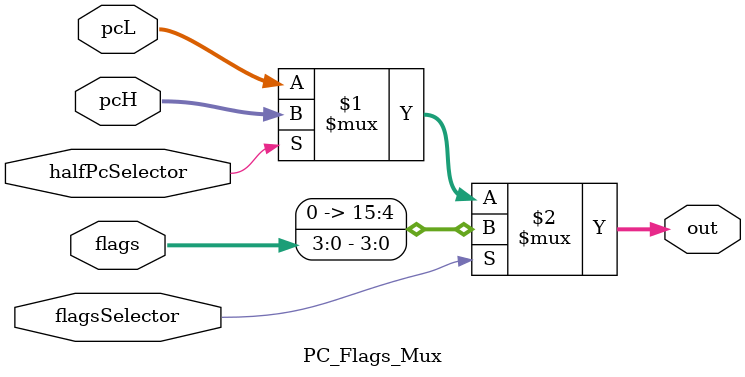
<source format=v>
module ForwardPC (
    input [15:0] normalData,
    input [15:0] pcL,
    input [15:0] pcH,
    input [3:0] flags,
    input halfPcSelector,
    input flagsSelector,
    input pushPcFlags,
    output [15:0] memoryData,
    input IM_ForwardPCHighCall,
    input IM_ForwardPCLowCall
);

    wire [15:0] pcFlagsMuxOut;
    PC_Flags_Mux pcFlagsMux(pcL, pcH, flags, halfPcSelector, flagsSelector, pcFlagsMuxOut);

    assign memoryData = IM_ForwardPCHighCall?pcH:IM_ForwardPCLowCall?pcL-2:(pushPcFlags) ? pcFlagsMuxOut : normalData;
    
endmodule

module PC_Flags_Mux (
    input [15:0] pcL,
    input [15:0] pcH,
    input [3:0] flags,
    input halfPcSelector,
    input flagsSelector,
    output [15:0] out
);
    
    assign out = (flagsSelector ? {12'b0,flags} : (halfPcSelector ? pcH : pcL));
    
endmodule
</source>
